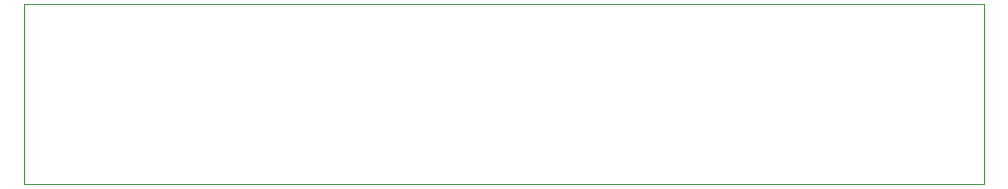
<source format=gbr>
G75*
G70*
%OFA0B0*%
%FSLAX25Y25*%
%IPPOS*%
%LPD*%
%AMOC8*
5,1,8,0,0,1.08239X$1,22.5*
%
%ADD10C,0.00100*%
D10*
X0010000Y0010000D02*
X0010000Y0070000D01*
X0330000Y0070000D01*
X0330000Y0010000D01*
X0010000Y0010000D01*
M02*

</source>
